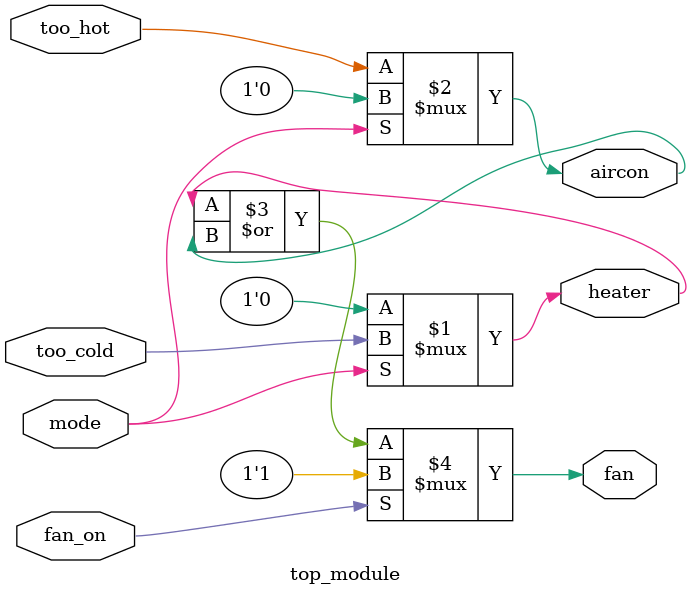
<source format=v>
module top_module (
    input too_cold,
    input too_hot,
    input mode,
    input fan_on,
    output heater,
    output aircon,
    output fan
); 

    assign heater = mode? too_cold : 1'b0;
    assign aircon = mode? 1'b0 : too_hot;
    assign fan    = fan_on? 1'b1 : (heater|aircon);

endmodule
</source>
